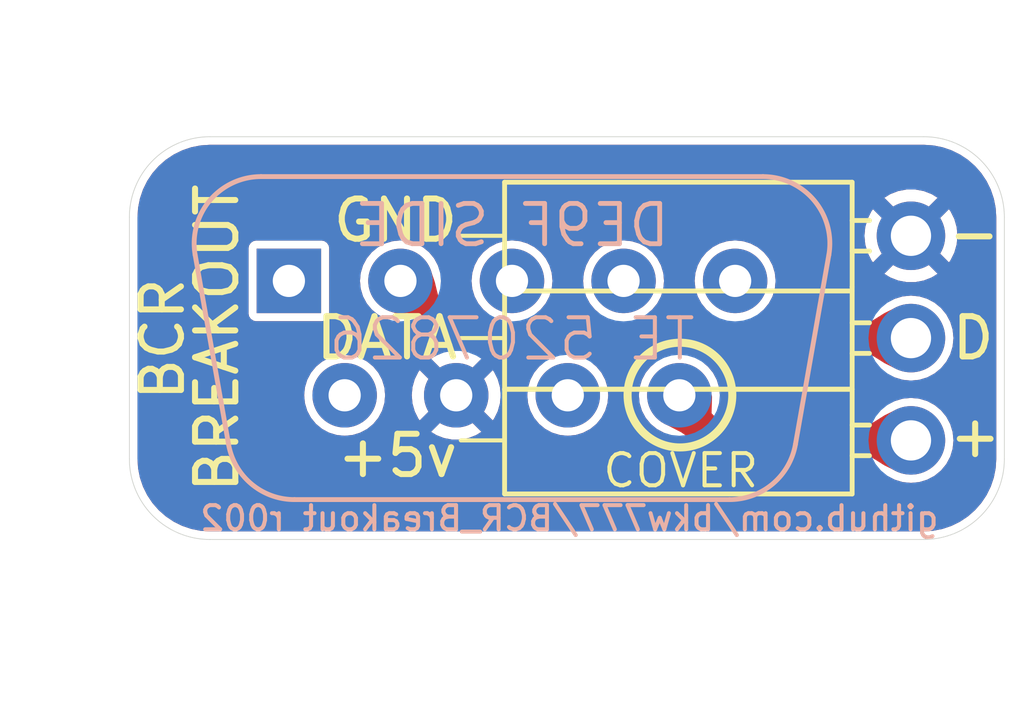
<source format=kicad_pcb>
(kicad_pcb (version 20240108) (generator "pcbnew") (generator_version "8.0")
  (title_block (title "BCR_Breakout") (date "2025-03-23") (rev "002") (company "Brian K. White") (comment 1 "github.com/bkw777/BCR_Breakout") (comment 2 "CC-BY-SA"))
  (layers (0 "F.Cu" signal) (31 "B.Cu" signal) (34 "B.Paste" user) (35 "F.Paste" user) (36 "B.SilkS" user "B.Silkscreen") (37 "F.SilkS" user "F.Silkscreen") (38 "B.Mask" user) (39 "F.Mask" user) (44 "Edge.Cuts" user))
  (net 0 "")
  (net 1 "/+5V")
  (net 2 "/GND")
  (net 3 "/RXD")
  (footprint "0_LOCAL:Socket_Strip_Angled_1x03_Pitch2.54mm" (layer "F.Cu") (at 136.906 93.218)
    (property "Reference" "CN2" (hide yes))
    (property "Value" "UE27AC54100")
    (fp_line (start -10.09 -1.33) (end -1.46 -1.33) (stroke (width 0.12)) (layer "F.SilkS"))
    (fp_line (start -10.09 1.27) (end -10.09 -1.33) (stroke (width 0.12)) (layer "F.SilkS"))
    (fp_line (start -10.09 3.81) (end -10.09 1.27) (stroke (width 0.12)) (layer "F.SilkS"))
    (fp_line (start -10.09 3.81) (end -1.46 3.81) (stroke (width 0.12)) (layer "F.SilkS"))
    (fp_line (start -10.09 6.41) (end -10.09 3.81) (stroke (width 0.12)) (layer "F.SilkS"))
    (fp_line (start -1.46 -1.33) (end -1.46 1.27) (stroke (width 0.12)) (layer "F.SilkS"))
    (fp_line (start -1.46 1.27) (end -1.46 3.81) (stroke (width 0.12)) (layer "F.SilkS"))
    (fp_line (start -1.46 1.37) (end -10.09 1.37) (stroke (width 0.12)) (layer "F.SilkS"))
    (fp_line (start -1.46 3.81) (end -10.09 3.81) (stroke (width 0.12)) (layer "F.SilkS"))
    (fp_line (start -1.46 3.81) (end -1.46 6.41) (stroke (width 0.12)) (layer "F.SilkS"))
    (fp_line (start -1.46 6.41) (end -10.09 6.41) (stroke (width 0.12)) (layer "F.SilkS"))
    (fp_line (start -1.03 -0.38) (end -1.46 -0.38) (stroke (width 0.12)) (layer "F.SilkS"))
    (fp_line (start -1.03 0.38) (end -1.46 0.38) (stroke (width 0.12)) (layer "F.SilkS"))
    (fp_line (start -1.03 2.16) (end -1.46 2.16) (stroke (width 0.12)) (layer "F.SilkS"))
    (fp_line (start -1.03 2.92) (end -1.46 2.92) (stroke (width 0.12)) (layer "F.SilkS"))
    (fp_line (start -1.03 4.7) (end -1.46 4.7) (stroke (width 0.12)) (layer "F.SilkS"))
    (fp_line (start -1.03 5.46) (end -1.46 5.46) (stroke (width 0.12)) (layer "F.SilkS"))
    (pad "1" thru_hole circle (at 0 0) (size 1.7 1.7) (drill 1) (layers "*.Cu" "*.Mask") (net 2 "/GND"))
    (pad "2" thru_hole oval (at 0 2.54) (size 1.7 1.7) (drill 1) (layers "*.Cu" "*.Mask") (net 3 "/RXD"))
    (pad "3" thru_hole oval (at 0 5.08) (size 1.7 1.7) (drill 1) (layers "*.Cu" "*.Mask") (net 1 "/+5V"))
  )
  (footprint "0_LOCAL:TE-5207826_cut" (layer "B.Cu") (at 127 95.758 180)
    (property "Reference" "CN1" (hide yes))
    (property "Value" "DB9_Female")
    (fp_line (start 7.037733 -2.638256) (end 7.86647 2.061744) (stroke (width 0.12)) (layer "B.SilkS"))
    (fp_line (start 6.231689 4.01) (end -6.231689 4.01) (stroke (width 0.12)) (layer "B.SilkS"))
    (fp_line (start 5.402952 -4.01) (end -5.402952 -4.01) (stroke (width 0.12)) (layer "B.SilkS"))
    (fp_line (start -7.037733 -2.638256) (end -7.86647 2.061744) (stroke (width 0.12)) (layer "B.SilkS"))
    (fp_arc (start 7.86647 2.061744) (mid 7.503323 3.417024) (end 6.231689 4.01) (stroke (width 0.12)) (layer "B.SilkS"))
    (fp_arc (start 5.402952 -4.01) (mid 6.469978 -3.621633) (end 7.037733 -2.638256) (stroke (width 0.12)) (layer "B.SilkS"))
    (fp_arc (start -6.231689 4.01) (mid -7.503323 3.417028) (end -7.86647 2.061744) (stroke (width 0.12)) (layer "B.SilkS"))
    (fp_arc (start -7.037733 -2.638256) (mid -6.469979 -3.621633) (end -5.402952 -4.01) (stroke (width 0.12)) (layer "B.SilkS"))
    (pad "1" thru_hole rect (at 5.54 1.42 180) (size 1.6 1.6) (drill 0.8) (layers "*.Cu" "*.Mask"))
    (pad "2" thru_hole circle (at 2.77 1.42 180) (size 1.6 1.6) (drill 0.8) (layers "*.Cu" "*.Mask") (net 3 "/RXD"))
    (pad "3" thru_hole circle (at 0 1.42 180) (size 1.6 1.6) (drill 0.8) (layers "*.Cu" "*.Mask"))
    (pad "4" thru_hole circle (at -2.77 1.42 180) (size 1.6 1.6) (drill 0.8) (layers "*.Cu" "*.Mask"))
    (pad "5" thru_hole circle (at -5.54 1.42 180) (size 1.6 1.6) (drill 0.8) (layers "*.Cu" "*.Mask"))
    (pad "6" thru_hole circle (at 4.155 -1.42 180) (size 1.6 1.6) (drill 0.8) (layers "*.Cu" "*.Mask"))
    (pad "7" thru_hole circle (at 1.385 -1.42 180) (size 1.6 1.6) (drill 0.8) (layers "*.Cu" "*.Mask") (net 2 "/GND"))
    (pad "8" thru_hole circle (at -1.385 -1.42 180) (size 1.6 1.6) (drill 0.8) (layers "*.Cu" "*.Mask"))
    (pad "9" thru_hole circle (at -4.155 -1.42 180) (size 1.6 1.6) (drill 0.8) (layers "*.Cu" "*.Mask") (net 1 "/+5V"))
  )
  (gr_line (start 126.7968 98.298) (end 125.73 98.298) (stroke (width 0.1016)) (layer "F.SilkS"))
  (gr_line (start 126.7968 95.758) (end 125.73 95.758) (stroke (width 0.1016)) (layer "F.SilkS"))
  (gr_circle (center 131.17 97.173) (end 132.47 97.173) (stroke (width 0.2)) (fill none) (layer "F.SilkS"))
  (gr_line (start 126.7968 93.218) (end 125.73 93.218) (stroke (width 0.1016)) (layer "F.SilkS"))
  (gr_line (start 139.225 98.758) (end 139.225 92.758) (stroke (width 0.02)) (layer "Edge.Cuts"))
  (gr_line (start 137.225 90.758) (end 119.5 90.758) (stroke (width 0.02)) (layer "Edge.Cuts"))
  (gr_line (start 117.5 98.758) (end 117.5 92.758) (stroke (width 0.02)) (layer "Edge.Cuts"))
  (gr_arc (start 119.5 100.758) (mid 118.085786 100.172214) (end 117.5 98.758) (stroke (width 0.02)) (layer "Edge.Cuts"))
  (gr_arc (start 117.5 92.758) (mid 118.085786 91.343786) (end 119.5 90.758) (stroke (width 0.02)) (layer "Edge.Cuts"))
  (gr_arc (start 137.225 90.758) (mid 138.639214 91.343786) (end 139.225 92.758) (stroke (width 0.02)) (layer "Edge.Cuts"))
  (gr_line (start 137.225 100.758) (end 119.5 100.758) (stroke (width 0.02)) (layer "Edge.Cuts"))
  (gr_arc (start 139.225 98.758) (mid 138.639214 100.172214) (end 137.225 100.758) (stroke (width 0.02)) (layer "Edge.Cuts"))
  (gr_text "${COMMENT1} r${REVISION}" (at 128.425 100.233 0) (layer "B.SilkS") (effects (font (size 0.6 0.6) (thickness 0.1)) (justify mirror)))
  (gr_text "TE 5207826" (at 127 95.783 0) (layer "B.SilkS") (effects (font (size 1 1) (thickness 0.1)) (justify mirror)))
  (gr_text "DE9F SIDE" (at 127 92.958 0) (layer "B.SilkS") (effects (font (size 1 1) (thickness 0.12)) (justify mirror)))
  (gr_text "-" (at 138.475 93.158 0) (layer "F.SilkS") (effects (font (size 1 1))))
  (gr_text "+" (at 138.5 98.183 0) (layer "F.SilkS") (effects (font (size 1 1))))
  (gr_text "D" (at 138.45 95.758 0) (layer "F.SilkS") (effects (font (size 1 1))))
  (gr_text "BCR" (at 118.325 95.783 90) (layer "F.SilkS") (effects (font (size 1 1))))
  (gr_text "BREAKOUT" (at 119.675 95.758 90) (layer "F.SilkS") (effects (font (size 1 1))))
  (gr_text "GND" (at 125.73 92.837 0) (layer "F.SilkS") (effects (font (size 1 1)) (justify right)))
  (gr_text "DATA" (at 125.73 95.758 0) (layer "F.SilkS") (effects (font (size 1 1)) (justify right)))
  (gr_text "+5v" (at 125.73 98.679 0) (layer "F.SilkS") (effects (font (size 1 1)) (justify right)))
  (gr_text "COVER" (at 131.19 99.048 0) (layer "F.SilkS") (effects (font (size 0.8 0.8) (thickness 0.1))))
  (segment (start 132.275 98.298) (end 136.906 98.298) (width 0.5) (layer "F.Cu") (net 1))
  (segment (start 131.155 97.178) (end 132.275 98.298) (width 0.5) (layer "F.Cu") (net 1))
  (segment (start 125.65 95.758) (end 136.906 95.758) (width 0.5) (layer "F.Cu") (net 3))
  (segment (start 124.23 94.338) (end 125.65 95.758) (width 0.5) (layer "F.Cu") (net 3))
  (zone (net 2) (net_name "/GND") (layers "F&B.Cu") (connect_pads (clearance 0.2)) (min_thickness 0.22) (fill yes (thermal_gap 0.3) (thermal_bridge_width 0.4) (smoothing fillet) (radius 0.1) (island_removal_mode 1) (island_area_min 10))
    (polygon (pts (xy 117.5 90.758) (xy 117.5 100.758) (xy 139.25 100.758) (xy 139.25 90.758)))
  )
)
</source>
